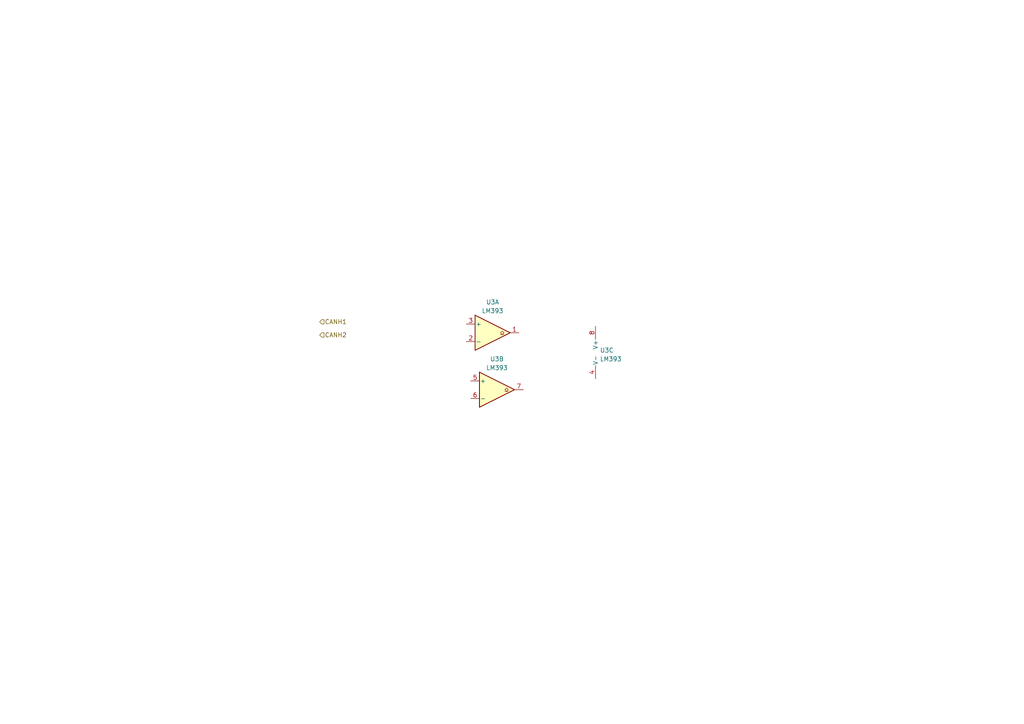
<source format=kicad_sch>
(kicad_sch (version 20230121) (generator eeschema)
  (paper "A4")
  (lib_symbols
    (symbol "Comparator:LM393" (pin_names (offset 0.127))
      (property "Reference" "U" (at 3.81 3.81 0))
      (property "Value" "LM393" (at 6.35 -3.81 0))
      (symbol "LM393_1_1"
        (polyline (pts (xy -5.08 5.08) (xy 5.08 0) (xy -5.08 -5.08) (xy -5.08 5.08)) (stroke (width 0.254)) (fill (type background)))
        (polyline (pts (xy 3.302 -0.508) (xy 2.794 -0.508) (xy 3.302 0) (xy 2.794 0.508) (xy 2.286 0) (xy 2.794 -0.508) (xy 2.286 -0.508)) (stroke (width 0.127)))
        (pin open_collector line (at 7.62 0 180) (length 2.54) (name "~") (number "1"))
        (pin input line (at -7.62 -2.54 0) (length 2.54) (name "-") (number "2"))
        (pin input line (at -7.62 2.54 0) (length 2.54) (name "+") (number "3"))
      )
      (symbol "LM393_2_1"
        (polyline (pts (xy -5.08 5.08) (xy 5.08 0) (xy -5.08 -5.08) (xy -5.08 5.08)) (stroke (width 0.254)) (fill (type background)))
        (polyline (pts (xy 3.302 -0.508) (xy 2.794 -0.508) (xy 3.302 0) (xy 2.794 0.508) (xy 2.286 0) (xy 2.794 -0.508) (xy 2.286 -0.508)) (stroke (width 0.127)))
        (pin input line (at -7.62 2.54 0) (length 2.54) (name "+") (number "5"))
        (pin input line (at -7.62 -2.54 0) (length 2.54) (name "-") (number "6"))
        (pin open_collector line (at 7.62 0 180) (length 2.54) (name "~") (number "7"))
      )
      (symbol "LM393_3_1"
        (pin power_in line (at -2.54 -7.62 90) (length 3.81) (name "V-") (number "4"))
        (pin power_in line (at -2.54 7.62 270) (length 3.81) (name "V+") (number "8"))
      )
    )
  )
  (hierarchical_label "CANH1" (shape input) (at 92.71 93.345 0))
  (hierarchical_label "CANH2" (shape input) (at 92.71 97.155 0))
  (symbol (lib_id "Comparator:LM393") (at 144.145 113.03 0) (unit 2)
    (property "Reference" "U3" (at 144.145 104.14 0))
    (property "Value" "LM393" (at 144.145 106.68 0))
    (property "Datasheet" "http://www.ti.com/lit/ds/symlink/lm393.pdf" (effects hide))
  )
  (symbol (lib_id "Comparator:LM393") (at 142.875 96.52 0) (unit 1)
    (property "Reference" "U3" (at 142.875 87.63 0))
    (property "Value" "LM393" (at 142.875 90.17 0))
    (property "Datasheet" "http://www.ti.com/lit/ds/symlink/lm393.pdf" (effects hide))
  )
  (symbol (lib_id "Comparator:LM393") (at 175.26 102.235 0) (unit 3)
    (property "Reference" "U3" (at 173.99 101.6 0) (effects (justify left)))
    (property "Value" "LM393" (at 173.99 104.14 0) (effects (justify left)))
    (property "Datasheet" "http://www.ti.com/lit/ds/symlink/lm393.pdf" (effects hide))
  )
)
</source>
